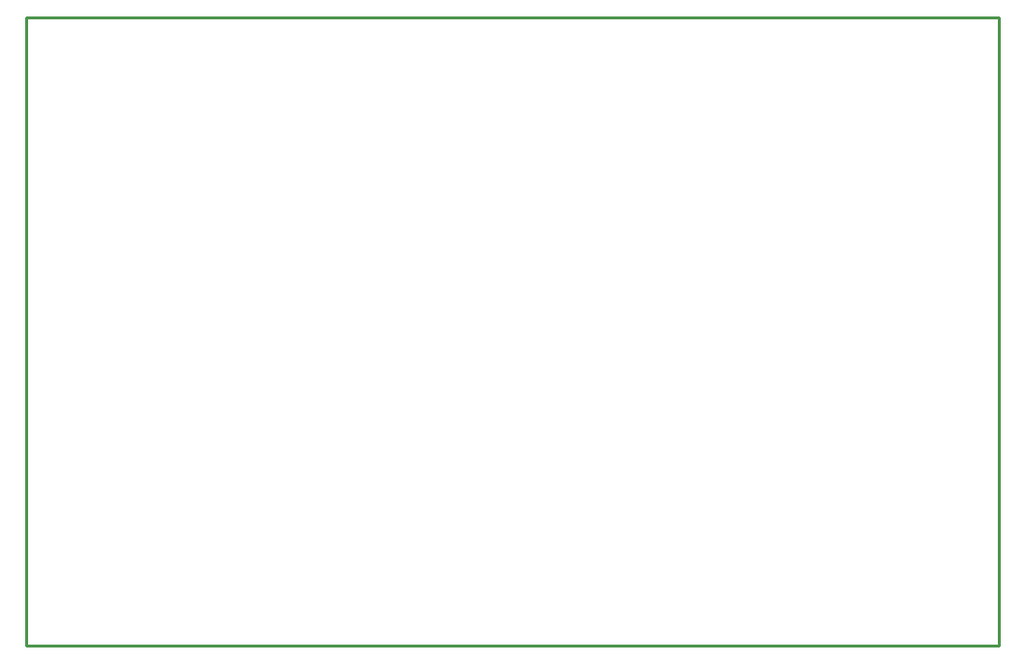
<source format=gko>
G04 Layer: BoardOutlineLayer*
G04 EasyEDA Pro v2.2.45.4, 2026-02-08 12:52:01*
G04 Gerber Generator version 0.3*
G04 Scale: 100 percent, Rotated: No, Reflected: No*
G04 Dimensions in millimeters*
G04 Leading zeros omitted, absolute positions, 4 integers and 5 decimals*
G04 Generated by one-click*
%FSLAX45Y45*%
%MOMM*%
%ADD10C,0.254*%
%ADD11C,0.6722*%
G75*


G04 Rect Start*
G54D10*
G01X8499998Y-5499987D02*
G01X-2Y-5499987D01*
G01X-2Y13D01*
G01X8499998Y13D01*
G01X8499998Y-5499987D01*
G04 Rect End*

M02*


</source>
